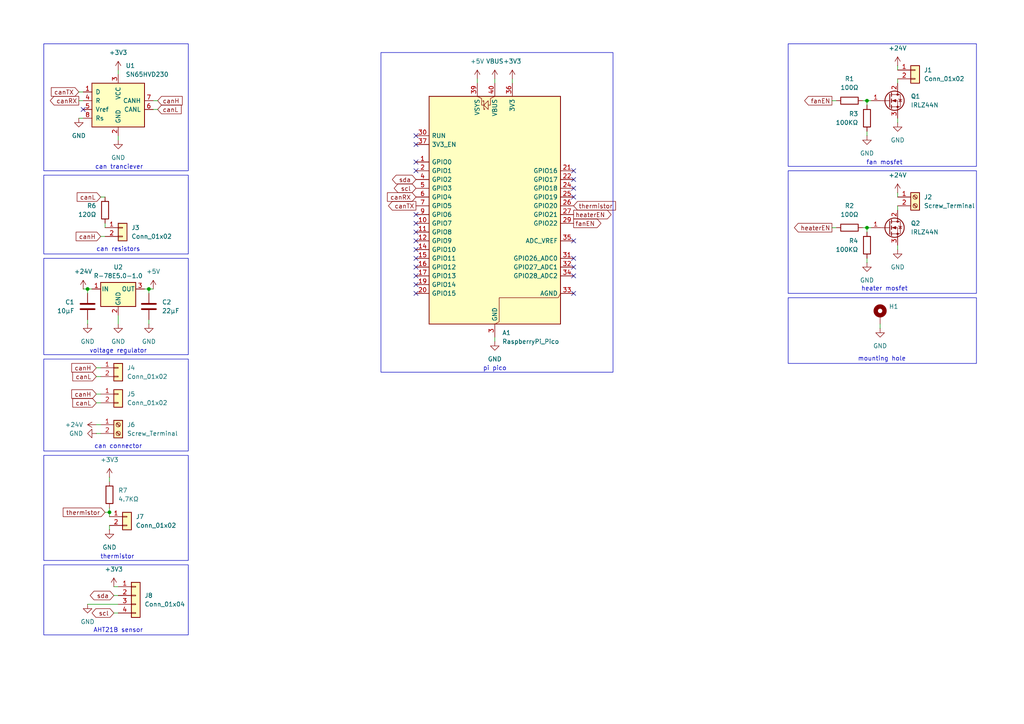
<source format=kicad_sch>
(kicad_sch (version 20250114) (generator "eeschema") (generator_version "9.0")
  (paper "A4")
  (lib_symbols
    (symbol "Connector:Screw_Terminal_01x02" (pin_names (offset 1.016) (hide yes))
      (property "Reference" "J" (at 0 2.54 0))
      (property "Value" "Screw_Terminal_01x02" (at 0 -5.08 0))
      (symbol "Screw_Terminal_01x02_1_1"
        (rectangle (start -1.27 1.27) (end 1.27 -3.81) (stroke (width 0.254)) (fill (type background)))
        (polyline (pts (xy -0.5334 0.3302) (xy 0.3302 -0.508)) (stroke (width 0.1524)))
        (polyline (pts (xy -0.5334 -2.2098) (xy 0.3302 -3.048)) (stroke (width 0.1524)))
        (polyline (pts (xy -0.3556 0.508) (xy 0.508 -0.3302)) (stroke (width 0.1524)))
        (polyline (pts (xy -0.3556 -2.032) (xy 0.508 -2.8702)) (stroke (width 0.1524)))
        (circle (center 0 0) (radius 0.635) (stroke (width 0.1524)))
        (circle (center 0 -2.54) (radius 0.635) (stroke (width 0.1524)))
        (pin passive line (at -5.08 0 0) (length 3.81) (name "Pin_1") (number "1"))
        (pin passive line (at -5.08 -2.54 0) (length 3.81) (name "Pin_2") (number "2"))
      )
    )
    (symbol "Connector_Generic:Conn_01x02" (pin_names (offset 1.016) (hide yes))
      (property "Reference" "J" (at 0 2.54 0))
      (property "Value" "Conn_01x02" (at 0 -5.08 0))
      (symbol "Conn_01x02_1_1"
        (rectangle (start -1.27 1.27) (end 1.27 -3.81) (stroke (width 0.254)) (fill (type background)))
        (rectangle (start -1.27 0.127) (end 0 -0.127) (stroke (width 0.1524)))
        (rectangle (start -1.27 -2.413) (end 0 -2.667) (stroke (width 0.1524)))
        (pin passive line (at -5.08 0 0) (length 3.81) (name "Pin_1") (number "1"))
        (pin passive line (at -5.08 -2.54 0) (length 3.81) (name "Pin_2") (number "2"))
      )
    )
    (symbol "Connector_Generic:Conn_01x04" (pin_names (offset 1.016) (hide yes))
      (property "Reference" "J" (at 0 5.08 0))
      (property "Value" "Conn_01x04" (at 0 -7.62 0))
      (symbol "Conn_01x04_1_1"
        (rectangle (start -1.27 3.81) (end 1.27 -6.35) (stroke (width 0.254)) (fill (type background)))
        (rectangle (start -1.27 2.667) (end 0 2.413) (stroke (width 0.1524)))
        (rectangle (start -1.27 0.127) (end 0 -0.127) (stroke (width 0.1524)))
        (rectangle (start -1.27 -2.413) (end 0 -2.667) (stroke (width 0.1524)))
        (rectangle (start -1.27 -4.953) (end 0 -5.207) (stroke (width 0.1524)))
        (pin passive line (at -5.08 2.54 0) (length 3.81) (name "Pin_1") (number "1"))
        (pin passive line (at -5.08 0 0) (length 3.81) (name "Pin_2") (number "2"))
        (pin passive line (at -5.08 -2.54 0) (length 3.81) (name "Pin_3") (number "3"))
        (pin passive line (at -5.08 -5.08 0) (length 3.81) (name "Pin_4") (number "4"))
      )
    )
    (symbol "Device:C" (pin_numbers (hide yes)) (pin_names (offset 0.254))
      (property "Reference" "C" (at 0.635 2.54 0))
      (property "Value" "C" (at 0.635 -2.54 0))
      (symbol "C_0_1"
        (polyline (pts (xy -2.032 0.762) (xy 2.032 0.762)) (stroke (width 0.508)))
        (polyline (pts (xy -2.032 -0.762) (xy 2.032 -0.762)) (stroke (width 0.508)))
      )
      (symbol "C_1_1"
        (pin passive line (at 0 3.81 270) (length 2.794) (name "~") (number "1"))
        (pin passive line (at 0 -3.81 90) (length 2.794) (name "~") (number "2"))
      )
    )
    (symbol "Device:R" (pin_numbers (hide yes)) (pin_names (offset 0))
      (property "Reference" "R" (at 2.032 0 90))
      (property "Value" "R" (at 0 0 90))
      (symbol "R_0_1"
        (rectangle (start -1.016 -2.54) (end 1.016 2.54) (stroke (width 0.254)))
      )
      (symbol "R_1_1"
        (pin passive line (at 0 3.81 270) (length 1.27) (name "~") (number "1"))
        (pin passive line (at 0 -3.81 90) (length 1.27) (name "~") (number "2"))
      )
    )
    (symbol "Interface_CAN_LIN:SN65HVD230" (pin_names (offset 1.016))
      (property "Reference" "U" (at -2.54 10.16 0))
      (property "Value" "SN65HVD230" (at -2.54 7.62 0))
      (symbol "SN65HVD230_0_1"
        (rectangle (start -7.62 5.08) (end 7.62 -7.62) (stroke (width 0.254)) (fill (type background)))
      )
      (symbol "SN65HVD230_1_1"
        (pin input line (at -10.16 2.54 0) (length 2.54) (name "D") (number "1"))
        (pin output line (at -10.16 0 0) (length 2.54) (name "R") (number "4"))
        (pin output line (at -10.16 -2.54 0) (length 2.54) (name "Vref") (number "5"))
        (pin input line (at -10.16 -5.08 0) (length 2.54) (name "Rs") (number "8"))
        (pin power_in line (at 0 7.62 270) (length 2.54) (name "VCC") (number "3"))
        (pin power_in line (at 0 -10.16 90) (length 2.54) (name "GND") (number "2"))
        (pin bidirectional line (at 10.16 0 180) (length 2.54) (name "CANH") (number "7"))
        (pin bidirectional line (at 10.16 -2.54 180) (length 2.54) (name "CANL") (number "6"))
      )
    )
    (symbol "MCU_Module:RaspberryPi_Pico" (pin_names (offset 0.762))
      (property "Reference" "A" (at -19.05 35.56 0))
      (property "Value" "RaspberryPi_Pico" (at 7.62 35.56 0))
      (symbol "RaspberryPi_Pico_0_1"
        (rectangle (start -19.05 34.29) (end 19.05 -31.75) (stroke (width 0.254)) (fill (type background)))
        (polyline (pts (xy -5.08 34.29) (xy -3.81 33.655) (xy -3.81 31.75) (xy -3.175 31.75)))
        (polyline (pts (xy -3.429 32.766) (xy -3.429 33.02) (xy -3.175 33.02) (xy -3.175 30.48) (xy -2.921 30.48) (xy -2.921 30.734)))
        (polyline (pts (xy -3.175 31.75) (xy -1.905 33.02) (xy -1.905 30.48) (xy -3.175 31.75)))
        (polyline (pts (xy 0 34.29) (xy -1.27 33.655) (xy -1.27 31.75) (xy -1.905 31.75)))
        (polyline (pts (xy 0 -31.75) (xy 1.27 -31.115) (xy 1.27 -24.13) (xy 18.415 -24.13) (xy 19.05 -22.86)))
      )
      (symbol "RaspberryPi_Pico_1_1"
        (pin passive line (at -22.86 22.86 0) (length 3.81) (name "RUN") (number "30"))
        (pin passive line (at -22.86 20.32 0) (length 3.81) (name "3V3_EN") (number "37"))
        (pin bidirectional line (at -22.86 15.24 0) (length 3.81) (name "GPIO0") (number "1"))
        (pin bidirectional line (at -22.86 12.7 0) (length 3.81) (name "GPIO1") (number "2"))
        (pin bidirectional line (at -22.86 10.16 0) (length 3.81) (name "GPIO2") (number "4"))
        (pin bidirectional line (at -22.86 7.62 0) (length 3.81) (name "GPIO3") (number "5"))
        (pin bidirectional line (at -22.86 5.08 0) (length 3.81) (name "GPIO4") (number "6"))
        (pin bidirectional line (at -22.86 2.54 0) (length 3.81) (name "GPIO5") (number "7"))
        (pin bidirectional line (at -22.86 0 0) (length 3.81) (name "GPIO6") (number "9"))
        (pin bidirectional line (at -22.86 -2.54 0) (length 3.81) (name "GPIO7") (number "10"))
        (pin bidirectional line (at -22.86 -5.08 0) (length 3.81) (name "GPIO8") (number "11"))
        (pin bidirectional line (at -22.86 -7.62 0) (length 3.81) (name "GPIO9") (number "12"))
        (pin bidirectional line (at -22.86 -10.16 0) (length 3.81) (name "GPIO10") (number "14"))
        (pin bidirectional line (at -22.86 -12.7 0) (length 3.81) (name "GPIO11") (number "15"))
        (pin bidirectional line (at -22.86 -15.24 0) (length 3.81) (name "GPIO12") (number "16"))
        (pin bidirectional line (at -22.86 -17.78 0) (length 3.81) (name "GPIO13") (number "17"))
        (pin bidirectional line (at -22.86 -20.32 0) (length 3.81) (name "GPIO14") (number "19"))
        (pin bidirectional line (at -22.86 -22.86 0) (length 3.81) (name "GPIO15") (number "20"))
        (pin power_in line (at -5.08 38.1 270) (length 3.81) (name "VSYS") (number "39"))
        (pin power_out line (at 0 38.1 270) (length 3.81) (name "VBUS") (number "40"))
        (pin passive line (at 0 -35.56 90) (length 3.81) (hide yes) (name "GND") (number "13"))
        (pin passive line (at 0 -35.56 90) (length 3.81) (hide yes) (name "GND") (number "18"))
        (pin passive line (at 0 -35.56 90) (length 3.81) (hide yes) (name "GND") (number "23"))
        (pin passive line (at 0 -35.56 90) (length 3.81) (hide yes) (name "GND") (number "28"))
        (pin power_out line (at 0 -35.56 90) (length 3.81) (name "GND") (number "3"))
        (pin passive line (at 0 -35.56 90) (length 3.81) (hide yes) (name "GND") (number "38"))
        (pin passive line (at 0 -35.56 90) (length 3.81) (hide yes) (name "GND") (number "8"))
        (pin power_out line (at 5.08 38.1 270) (length 3.81) (name "3V3") (number "36"))
        (pin bidirectional line (at 22.86 12.7 180) (length 3.81) (name "GPIO16") (number "21"))
        (pin bidirectional line (at 22.86 10.16 180) (length 3.81) (name "GPIO17") (number "22"))
        (pin bidirectional line (at 22.86 7.62 180) (length 3.81) (name "GPIO18") (number "24"))
        (pin bidirectional line (at 22.86 5.08 180) (length 3.81) (name "GPIO19") (number "25"))
        (pin bidirectional line (at 22.86 2.54 180) (length 3.81) (name "GPIO20") (number "26"))
        (pin bidirectional line (at 22.86 0 180) (length 3.81) (name "GPIO21") (number "27"))
        (pin bidirectional line (at 22.86 -2.54 180) (length 3.81) (name "GPIO22") (number "29"))
        (pin power_in line (at 22.86 -7.62 180) (length 3.81) (name "ADC_VREF") (number "35"))
        (pin bidirectional line (at 22.86 -12.7 180) (length 3.81) (name "GPIO26_ADC0") (number "31"))
        (pin bidirectional line (at 22.86 -15.24 180) (length 3.81) (name "GPIO27_ADC1") (number "32"))
        (pin bidirectional line (at 22.86 -17.78 180) (length 3.81) (name "GPIO28_ADC2") (number "34"))
        (pin power_out line (at 22.86 -22.86 180) (length 3.81) (name "AGND") (number "33"))
      )
    )
    (symbol "Mechanical:MountingHole_Pad" (pin_numbers (hide yes)) (pin_names (offset 1.016) (hide yes)) (in_bom no)
      (property "Reference" "H" (at 0 6.35 0))
      (property "Value" "MountingHole_Pad" (at 0 4.445 0))
      (symbol "MountingHole_Pad_0_1"
        (circle (center 0 1.27) (radius 1.27) (stroke (width 1.27)))
      )
      (symbol "MountingHole_Pad_1_1"
        (pin input line (at 0 -2.54 90) (length 2.54) (name "1") (number "1"))
      )
    )
    (symbol "Regulator_Switching:R-78E5.0-1.0" (pin_names (offset 0.254))
      (property "Reference" "U" (at -3.81 3.175 0))
      (property "Value" "R-78E5.0-1.0" (at 0 3.175 0))
      (symbol "R-78E5.0-1.0_0_1"
        (rectangle (start -5.08 1.905) (end 5.08 -5.08) (stroke (width 0.254)) (fill (type background)))
      )
      (symbol "R-78E5.0-1.0_1_1"
        (pin power_in line (at -7.62 0 0) (length 2.54) (name "IN") (number "1"))
        (pin power_in line (at 0 -7.62 90) (length 2.54) (name "GND") (number "2"))
        (pin power_out line (at 7.62 0 180) (length 2.54) (name "OUT") (number "3"))
      )
    )
    (symbol "Transistor_FET:IRLZ44N" (pin_names (hide yes))
      (property "Reference" "Q" (at 5.08 1.905 0))
      (property "Value" "IRLZ44N" (at 5.08 0 0))
      (symbol "IRLZ44N_0_1"
        (polyline (pts (xy 0.254 1.905) (xy 0.254 -1.905)) (stroke (width 0.254)))
        (polyline (pts (xy 0.254 0) (xy -2.54 0)))
        (polyline (pts (xy 0.762 2.286) (xy 0.762 1.27)) (stroke (width 0.254)))
        (polyline (pts (xy 0.762 0.508) (xy 0.762 -0.508)) (stroke (width 0.254)))
        (polyline (pts (xy 0.762 -1.27) (xy 0.762 -2.286)) (stroke (width 0.254)))
        (polyline (pts (xy 0.762 -1.778) (xy 3.302 -1.778) (xy 3.302 1.778) (xy 0.762 1.778)))
        (polyline (pts (xy 1.016 0) (xy 2.032 0.381) (xy 2.032 -0.381) (xy 1.016 0)) (fill (type outline)))
        (circle (center 1.651 0) (radius 2.794) (stroke (width 0.254)))
        (polyline (pts (xy 2.54 2.54) (xy 2.54 1.778)))
        (circle (center 2.54 1.778) (radius 0.254) (fill (type outline)))
        (circle (center 2.54 -1.778) (radius 0.254) (fill (type outline)))
        (polyline (pts (xy 2.54 -2.54) (xy 2.54 0) (xy 0.762 0)))
        (polyline (pts (xy 2.794 0.508) (xy 2.921 0.381) (xy 3.683 0.381) (xy 3.81 0.254)))
        (polyline (pts (xy 3.302 0.381) (xy 2.921 -0.254) (xy 3.683 -0.254) (xy 3.302 0.381)))
      )
      (symbol "IRLZ44N_1_1"
        (pin input line (at -5.08 0 0) (length 2.54) (name "G") (number "1"))
        (pin passive line (at 2.54 5.08 270) (length 2.54) (name "D") (number "2"))
        (pin passive line (at 2.54 -5.08 90) (length 2.54) (name "S") (number "3"))
      )
    )
    (symbol "power:+24V" (power) (pin_numbers (hide yes)) (pin_names (offset 0) (hide yes))
      (property "Value" "+24V" (at 0 3.556 0))
      (symbol "+24V_0_1"
        (polyline (pts (xy -0.762 1.27) (xy 0 2.54)))
        (polyline (pts (xy 0 2.54) (xy 0.762 1.27)))
        (polyline (pts (xy 0 0) (xy 0 2.54)))
      )
      (symbol "+24V_1_1"
        (pin power_in line (at 0 0 90) (length 0) (name "~") (number "1"))
      )
    )
    (symbol "power:+3V3" (power) (pin_numbers (hide yes)) (pin_names (offset 0) (hide yes))
      (property "Value" "+3V3" (at 0 3.556 0))
      (symbol "+3V3_0_1"
        (polyline (pts (xy -0.762 1.27) (xy 0 2.54)))
        (polyline (pts (xy 0 2.54) (xy 0.762 1.27)))
        (polyline (pts (xy 0 0) (xy 0 2.54)))
      )
      (symbol "+3V3_1_1"
        (pin power_in line (at 0 0 90) (length 0) (name "~") (number "1"))
      )
    )
    (symbol "power:+5V" (power) (pin_numbers (hide yes)) (pin_names (offset 0) (hide yes))
      (property "Value" "+5V" (at 0 3.556 0))
      (symbol "+5V_0_1"
        (polyline (pts (xy -0.762 1.27) (xy 0 2.54)))
        (polyline (pts (xy 0 2.54) (xy 0.762 1.27)))
        (polyline (pts (xy 0 0) (xy 0 2.54)))
      )
      (symbol "+5V_1_1"
        (pin power_in line (at 0 0 90) (length 0) (name "~") (number "1"))
      )
    )
    (symbol "power:GND" (power) (pin_numbers (hide yes)) (pin_names (offset 0) (hide yes))
      (property "Value" "GND" (at 0 -3.81 0))
      (symbol "GND_0_1"
        (polyline (pts (xy 0 0) (xy 0 -1.27) (xy 1.27 -1.27) (xy 0 -2.54) (xy -1.27 -1.27) (xy 0 -1.27)))
      )
      (symbol "GND_1_1"
        (pin power_in line (at 0 0 270) (length 0) (name "~") (number "1"))
      )
    )
    (symbol "power:VBUS" (power) (pin_numbers (hide yes)) (pin_names (offset 0) (hide yes))
      (property "Value" "VBUS" (at 0 3.556 0))
      (symbol "VBUS_0_1"
        (polyline (pts (xy -0.762 1.27) (xy 0 2.54)))
        (polyline (pts (xy 0 2.54) (xy 0.762 1.27)))
        (polyline (pts (xy 0 0) (xy 0 2.54)))
      )
      (symbol "VBUS_1_1"
        (pin power_in line (at 0 0 90) (length 0) (name "~") (number "1"))
      )
    )
  )
  (rectangle (start 12.7 104.14) (end 54.61 130.81))
  (rectangle (start 12.7 12.7) (end 54.61 49.53))
  (rectangle (start 110.49 15.24) (end 177.8 107.95))
  (rectangle (start 12.7 74.93) (end 54.61 102.87))
  (rectangle (start 228.6 49.53) (end 283.21 85.09))
  (rectangle (start 12.7 163.83) (end 54.61 184.15))
  (rectangle (start 12.7 132.08) (end 54.61 162.56))
  (rectangle (start 228.6 86.36) (end 283.21 105.41))
  (rectangle (start 12.7 50.8) (end 54.61 73.66))
  (rectangle (start 228.6 12.7) (end 283.21 48.26))
  (text "fan mosfet" (at 256.54 47.244 0) (effects (font (size 1.27 1.27))))
  (text "voltage regulator" (at 34.29 101.854 0) (effects (font (size 1.27 1.27))))
  (text "can connector" (at 34.29 129.54 0) (effects (font (size 1.27 1.27))))
  (text "heater mosfet" (at 256.54 83.82 0) (effects (font (size 1.27 1.27))))
  (text "can tranciever" (at 34.544 48.514 0) (effects (font (size 1.27 1.27))))
  (text "mounting hole" (at 255.778 104.902 0) (effects (font (size 1.27 1.27)) (justify bottom)))
  (text "pi pico" (at 143.51 106.934 0) (effects (font (size 1.27 1.27))))
  (text "can resistors" (at 34.29 72.39 0) (effects (font (size 1.27 1.27))))
  (text "AHT21B sensor" (at 34.29 182.88 0) (effects (font (size 1.27 1.27))))
  (text "thermistor" (at 34.036 161.544 0) (effects (font (size 1.27 1.27))))
  (junction (at 251.46 66.04))
  (junction (at 43.18 83.82))
  (junction (at 25.4 83.82))
  (junction (at 251.46 29.21))
  (junction (at 31.75 148.59))
  (no_connect (at 166.37 49.53))
  (no_connect (at 166.37 69.85))
  (no_connect (at 120.65 74.93))
  (no_connect (at 166.37 74.93))
  (no_connect (at 120.65 69.85))
  (no_connect (at 120.65 46.99))
  (no_connect (at 120.65 80.01))
  (no_connect (at 120.65 72.39))
  (no_connect (at 120.65 62.23))
  (no_connect (at 166.37 54.61))
  (no_connect (at 120.65 82.55))
  (no_connect (at 120.65 39.37))
  (no_connect (at 24.13 31.75))
  (no_connect (at 166.37 77.47))
  (no_connect (at 166.37 85.09))
  (no_connect (at 166.37 57.15))
  (no_connect (at 166.37 52.07))
  (no_connect (at 166.37 80.01))
  (no_connect (at 120.65 41.91))
  (no_connect (at 120.65 67.31))
  (no_connect (at 120.65 85.09))
  (no_connect (at 120.65 64.77))
  (no_connect (at 120.65 49.53))
  (no_connect (at 120.65 77.47))
  (wire (pts (xy 44.45 29.21) (xy 45.72 29.21)))
  (wire (pts (xy 241.3 66.04) (xy 242.57 66.04)))
  (wire (pts (xy 27.94 114.3) (xy 29.21 114.3)))
  (wire (pts (xy 33.02 172.72) (xy 34.29 172.72)))
  (wire (pts (xy 255.27 93.98) (xy 255.27 95.25)))
  (wire (pts (xy 241.3 29.21) (xy 242.57 29.21)))
  (wire (pts (xy 29.21 68.58) (xy 30.48 68.58)))
  (wire (pts (xy 251.46 66.04) (xy 252.73 66.04)))
  (wire (pts (xy 260.35 34.29) (xy 260.35 35.56)))
  (wire (pts (xy 25.4 85.09) (xy 25.4 83.82)))
  (wire (pts (xy 22.86 29.21) (xy 24.13 29.21)))
  (wire (pts (xy 148.59 22.86) (xy 148.59 24.13)))
  (wire (pts (xy 31.75 148.59) (xy 31.75 149.86)))
  (wire (pts (xy 24.13 83.82) (xy 25.4 83.82)))
  (wire (pts (xy 34.29 91.44) (xy 34.29 93.98)))
  (wire (pts (xy 27.94 109.22) (xy 29.21 109.22)))
  (wire (pts (xy 31.75 152.4) (xy 31.75 153.67)))
  (wire (pts (xy 143.51 99.06) (xy 143.51 97.79)))
  (wire (pts (xy 251.46 38.1) (xy 251.46 39.37)))
  (wire (pts (xy 251.46 74.93) (xy 251.46 76.2)))
  (wire (pts (xy 143.51 22.86) (xy 143.51 24.13)))
  (wire (pts (xy 29.21 57.15) (xy 30.48 57.15)))
  (wire (pts (xy 260.35 22.86) (xy 260.35 24.13)))
  (wire (pts (xy 30.48 64.77) (xy 30.48 66.04)))
  (wire (pts (xy 27.94 123.19) (xy 29.21 123.19)))
  (wire (pts (xy 34.29 20.32) (xy 34.29 21.59)))
  (wire (pts (xy 43.18 92.71) (xy 43.18 93.98)))
  (wire (pts (xy 33.02 177.8) (xy 34.29 177.8)))
  (wire (pts (xy 44.45 83.82) (xy 43.18 83.82)))
  (wire (pts (xy 251.46 29.21) (xy 252.73 29.21)))
  (wire (pts (xy 43.18 85.09) (xy 43.18 83.82)))
  (wire (pts (xy 251.46 67.31) (xy 251.46 66.04)))
  (wire (pts (xy 27.94 106.68) (xy 29.21 106.68)))
  (wire (pts (xy 250.19 29.21) (xy 251.46 29.21)))
  (wire (pts (xy 31.75 147.32) (xy 31.75 148.59)))
  (wire (pts (xy 260.35 59.69) (xy 260.35 60.96)))
  (wire (pts (xy 30.48 148.59) (xy 31.75 148.59)))
  (wire (pts (xy 260.35 55.88) (xy 260.35 57.15)))
  (wire (pts (xy 251.46 30.48) (xy 251.46 29.21)))
  (wire (pts (xy 27.94 125.73) (xy 29.21 125.73)))
  (wire (pts (xy 31.75 138.43) (xy 31.75 139.7)))
  (wire (pts (xy 44.45 31.75) (xy 45.72 31.75)))
  (wire (pts (xy 25.4 92.71) (xy 25.4 93.98)))
  (wire (pts (xy 260.35 71.12) (xy 260.35 72.39)))
  (wire (pts (xy 34.29 39.37) (xy 34.29 40.64)))
  (wire (pts (xy 33.02 170.18) (xy 34.29 170.18)))
  (wire (pts (xy 138.43 22.86) (xy 138.43 24.13)))
  (wire (pts (xy 22.86 34.29) (xy 24.13 34.29)))
  (wire (pts (xy 41.91 83.82) (xy 43.18 83.82)))
  (wire (pts (xy 27.94 116.84) (xy 29.21 116.84)))
  (wire (pts (xy 260.35 19.05) (xy 260.35 20.32)))
  (wire (pts (xy 25.4 175.26) (xy 34.29 175.26)))
  (wire (pts (xy 22.86 26.67) (xy 24.13 26.67)))
  (wire (pts (xy 250.19 66.04) (xy 251.46 66.04)))
  (wire (pts (xy 25.4 83.82) (xy 26.67 83.82)))
  (global_label "canH" (shape input) (at 45.72 29.21 0) (property "Intersheetrefs" "${INTERSHEET_REFS}" (effects (hide yes))))
  (global_label "thermistor" (shape input) (at 166.37 59.69 0) (property "Intersheetrefs" "${INTERSHEET_REFS}" (effects (hide yes))))
  (global_label "canTX" (shape output) (at 120.65 59.69 180) (property "Intersheetrefs" "${INTERSHEET_REFS}" (effects (hide yes))))
  (global_label "canH" (shape input) (at 27.94 114.3 180) (property "Intersheetrefs" "${INTERSHEET_REFS}" (effects (hide yes))))
  (global_label "sda" (shape bidirectional) (at 120.65 52.07 180) (property "Intersheetrefs" "${INTERSHEET_REFS}" (effects (hide yes))))
  (global_label "canH" (shape input) (at 29.21 68.58 180) (property "Intersheetrefs" "${INTERSHEET_REFS}" (effects (hide yes))))
  (global_label "fanEN" (shape output) (at 241.3 29.21 180) (property "Intersheetrefs" "${INTERSHEET_REFS}" (effects (hide yes))))
  (global_label "sda" (shape bidirectional) (at 33.02 172.72 180) (property "Intersheetrefs" "${INTERSHEET_REFS}" (effects (hide yes))))
  (global_label "canH" (shape input) (at 27.94 106.68 180) (property "Intersheetrefs" "${INTERSHEET_REFS}" (effects (hide yes))))
  (global_label "scl" (shape bidirectional) (at 33.02 177.8 180) (property "Intersheetrefs" "${INTERSHEET_REFS}" (effects (hide yes))))
  (global_label "heaterEN" (shape output) (at 241.3 66.04 180) (property "Intersheetrefs" "${INTERSHEET_REFS}" (effects (hide yes))))
  (global_label "canL" (shape input) (at 45.72 31.75 0) (property "Intersheetrefs" "${INTERSHEET_REFS}" (effects (hide yes))))
  (global_label "canTX" (shape input) (at 22.86 26.67 180) (property "Intersheetrefs" "${INTERSHEET_REFS}" (effects (hide yes))))
  (global_label "canRX" (shape output) (at 22.86 29.21 180) (property "Intersheetrefs" "${INTERSHEET_REFS}" (effects (hide yes))))
  (global_label "canRX" (shape input) (at 120.65 57.15 180) (property "Intersheetrefs" "${INTERSHEET_REFS}" (effects (hide yes))))
  (global_label "heaterEN" (shape output) (at 166.37 62.23 0) (property "Intersheetrefs" "${INTERSHEET_REFS}" (effects (hide yes))))
  (global_label "fanEN" (shape output) (at 166.37 64.77 0) (property "Intersheetrefs" "${INTERSHEET_REFS}" (effects (hide yes))))
  (global_label "thermistor" (shape input) (at 30.48 148.59 180) (property "Intersheetrefs" "${INTERSHEET_REFS}" (effects (hide yes))))
  (global_label "canL" (shape input) (at 27.94 109.22 180) (property "Intersheetrefs" "${INTERSHEET_REFS}" (effects (hide yes))))
  (global_label "canL" (shape input) (at 29.21 57.15 180) (property "Intersheetrefs" "${INTERSHEET_REFS}" (effects (hide yes))))
  (global_label "canL" (shape input) (at 27.94 116.84 180) (property "Intersheetrefs" "${INTERSHEET_REFS}" (effects (hide yes))))
  (global_label "scl" (shape bidirectional) (at 120.65 54.61 180) (property "Intersheetrefs" "${INTERSHEET_REFS}" (effects (hide yes))))
  (symbol (lib_id "Device:R") (at 251.46 71.12 0) (mirror x) (unit 1)
    (property "Reference" "R4" (at 248.92 69.8499 0) (effects (justify right)))
    (property "Value" "100KΩ" (at 248.92 72.3899 0) (effects (justify right)))
    (property "Footprint" "Resistor_THT:R_Axial_DIN0309_L9.0mm_D3.2mm_P12.70mm_Horizontal" (effects (hide yes)))
    (property "Description" "Resistor" (effects (hide yes)))
    (property "LCSC Part" "C119444" (effects (hide yes)))
  )
  (symbol (lib_id "power:GND") (at 25.4 93.98 0) (unit 1)
    (property "Reference" "#PWR018" (effects (hide yes)))
    (property "Value" "GND" (at 25.4 99.06 0))
    (property "Description" "Power symbol creates a global label with name \"GND\" , ground" (effects (hide yes)))
  )
  (symbol (lib_id "Device:R") (at 30.48 60.96 0) (mirror y) (unit 1)
    (property "Reference" "R6" (at 27.94 59.6899 0) (effects (justify left)))
    (property "Value" "120Ω" (at 27.94 62.2299 0) (effects (justify left)))
    (property "Footprint" "Resistor_THT:R_Axial_DIN0309_L9.0mm_D3.2mm_P12.70mm_Horizontal" (effects (hide yes)))
    (property "Description" "Resistor" (effects (hide yes)))
    (property "LCSC Part" "C359996" (effects (hide yes)))
  )
  (symbol (lib_id "power:+3V3") (at 33.02 170.18 0) (unit 1)
    (property "Reference" "#PWR027" (effects (hide yes)))
    (property "Value" "+3V3" (at 33.02 165.1 0))
    (property "Description" "Power symbol creates a global label with name \"+3V3\"" (effects (hide yes)))
  )
  (symbol (lib_id "power:GND") (at 34.29 40.64 0) (unit 1)
    (property "Reference" "#PWR012" (effects (hide yes)))
    (property "Value" "GND" (at 34.29 45.72 0))
    (property "Description" "Power symbol creates a global label with name \"GND\" , ground" (effects (hide yes)))
  )
  (symbol (lib_id "power:GND") (at 255.27 95.25 0) (unit 1)
    (property "Reference" "#PWR025" (effects (hide yes)))
    (property "Value" "GND" (at 255.27 100.33 0))
    (property "Description" "Power symbol creates a global label with name \"GND\" , ground" (effects (hide yes)))
  )
  (symbol (lib_id "power:GND") (at 143.51 99.06 0) (unit 1)
    (property "Reference" "#PWR01" (effects (hide yes)))
    (property "Value" "GND" (at 143.51 104.14 0))
    (property "Description" "Power symbol creates a global label with name \"GND\" , ground" (effects (hide yes)))
  )
  (symbol (lib_id "power:GND") (at 251.46 39.37 0) (unit 1)
    (property "Reference" "#PWR07" (effects (hide yes)))
    (property "Value" "GND" (at 251.46 44.45 0))
    (property "Description" "Power symbol creates a global label with name \"GND\" , ground" (effects (hide yes)))
  )
  (symbol (lib_id "Transistor_FET:IRLZ44N") (at 257.81 66.04 0) (unit 1)
    (property "Reference" "Q2" (at 264.16 64.7699 0) (effects (justify left)))
    (property "Value" "IRLZ44N" (at 264.16 67.3099 0) (effects (justify left)))
    (property "Footprint" "Package_TO_SOT_THT:TO-220-3_Horizontal_TabDown" (effects (hide yes)))
    (property "Datasheet" "http://www.irf.com/product-info/datasheets/data/irlz44n.pdf" (effects (hide yes)))
    (property "Description" "47A Id, 55V Vds, 22mOhm Rds Single N-Channel HEXFET Power MOSFET, TO-220AB" (effects (hide yes)))
    (property "LCSC Part" "C38774" (effects (hide yes)))
  )
  (symbol (lib_id "power:+3V3") (at 148.59 22.86 0) (unit 1)
    (property "Reference" "#PWR03" (effects (hide yes)))
    (property "Value" "+3V3" (at 148.59 17.78 0))
    (property "Description" "Power symbol creates a global label with name \"+3V3\"" (effects (hide yes)))
  )
  (symbol (lib_id "power:+3V3") (at 34.29 20.32 0) (unit 1)
    (property "Reference" "#PWR011" (effects (hide yes)))
    (property "Value" "+3V3" (at 34.29 15.24 0))
    (property "Description" "Power symbol creates a global label with name \"+3V3\"" (effects (hide yes)))
  )
  (symbol (lib_id "power:GND") (at 22.86 34.29 0) (unit 1)
    (property "Reference" "#PWR04" (effects (hide yes)))
    (property "Value" "GND" (at 22.86 39.37 0))
    (property "Description" "Power symbol creates a global label with name \"GND\" , ground" (effects (hide yes)))
  )
  (symbol (lib_id "power:GND") (at 25.4 175.26 0) (unit 1)
    (property "Reference" "#PWR028" (effects (hide yes)))
    (property "Value" "GND" (at 25.4 180.34 0))
    (property "Description" "Power symbol creates a global label with name \"GND\" , ground" (effects (hide yes)))
  )
  (symbol (lib_id "power:VBUS") (at 143.51 22.86 0) (unit 1)
    (property "Reference" "#PWR013" (effects (hide yes)))
    (property "Value" "VBUS" (at 143.51 17.78 0))
    (property "Description" "Power symbol creates a global label with name \"VBUS\"" (effects (hide yes)))
  )
  (symbol (lib_id "Connector:Screw_Terminal_01x02") (at 265.43 57.15 0) (unit 1)
    (property "Reference" "J2" (at 267.97 57.1499 0) (effects (justify left)))
    (property "Value" "Screw_Terminal" (at 267.97 59.6899 0) (effects (justify left)))
    (property "Footprint" "TerminalBlock_CUI:TerminalBlock_CUI_TB007-508-02_1x02_P5.08mm_Horizontal" (effects (hide yes)))
    (property "Description" "Generic screw terminal, single row, 01x02, script generated (kicad-library-utils/schlib/autogen/connector/)" (effects (hide yes)))
    (property "LCSC Part" "C8465" (effects (hide yes)))
  )
  (symbol (lib_id "power:+5V") (at 138.43 22.86 0) (unit 1)
    (property "Reference" "#PWR015" (effects (hide yes)))
    (property "Value" "+5V" (at 138.43 17.78 0))
    (property "Description" "Power symbol creates a global label with name \"+5V\"" (effects (hide yes)))
  )
  (symbol (lib_id "Mechanical:MountingHole_Pad") (at 255.27 91.44 0) (unit 1) (in_bom no)
    (property "Reference" "H1" (at 257.81 88.8999 0) (effects (justify left)))
    (property "Value" "MountingHole" (effects (hide yes)))
    (property "Footprint" "MountingHole:MountingHole_3.2mm_M3_Pad" (effects (hide yes)))
    (property "Description" "Mounting Hole with connection" (effects (hide yes)))
  )
  (symbol (lib_id "power:+24V") (at 260.35 55.88 0) (unit 1)
    (property "Reference" "#PWR010" (effects (hide yes)))
    (property "Value" "+24V" (at 260.35 50.8 0))
    (property "Description" "Power symbol creates a global label with name \"+24V\"" (effects (hide yes)))
  )
  (symbol (lib_id "power:GND") (at 251.46 76.2 0) (unit 1)
    (property "Reference" "#PWR08" (effects (hide yes)))
    (property "Value" "GND" (at 251.46 81.28 0))
    (property "Description" "Power symbol creates a global label with name \"GND\" , ground" (effects (hide yes)))
  )
  (symbol (lib_id "Device:R") (at 31.75 143.51 0) (unit 1)
    (property "Reference" "R7" (at 34.29 142.2399 0) (effects (justify left)))
    (property "Value" "4.7KΩ" (at 34.29 144.7799 0) (effects (justify left)))
    (property "Footprint" "Resistor_THT:R_Axial_DIN0309_L9.0mm_D3.2mm_P12.70mm_Horizontal" (effects (hide yes)))
    (property "Description" "Resistor" (effects (hide yes)))
    (property "LCSC Part" "C119429" (effects (hide yes)))
  )
  (symbol (lib_id "power:+3V3") (at 31.75 138.43 0) (unit 1)
    (property "Reference" "#PWR022" (effects (hide yes)))
    (property "Value" "+3V3" (at 31.75 133.35 0))
    (property "Description" "Power symbol creates a global label with name \"+3V3\"" (effects (hide yes)))
  )
  (symbol (lib_id "power:+24V") (at 260.35 19.05 0) (unit 1)
    (property "Reference" "#PWR09" (effects (hide yes)))
    (property "Value" "+24V" (at 260.35 13.97 0))
    (property "Description" "Power symbol creates a global label with name \"+24V\"" (effects (hide yes)))
  )
  (symbol (lib_id "power:GND") (at 260.35 35.56 0) (unit 1)
    (property "Reference" "#PWR06" (effects (hide yes)))
    (property "Value" "GND" (at 260.35 40.64 0))
    (property "Description" "Power symbol creates a global label with name \"GND\" , ground" (effects (hide yes)))
  )
  (symbol (lib_id "power:GND") (at 31.75 153.67 0) (unit 1)
    (property "Reference" "#PWR026" (effects (hide yes)))
    (property "Value" "GND" (at 31.75 158.75 0))
    (property "Description" "Power symbol creates a global label with name \"GND\" , ground" (effects (hide yes)))
  )
  (symbol (lib_id "power:GND") (at 34.29 93.98 0) (unit 1)
    (property "Reference" "#PWR017" (effects (hide yes)))
    (property "Value" "GND" (at 34.29 99.06 0))
    (property "Description" "Power symbol creates a global label with name \"GND\" , ground" (effects (hide yes)))
  )
  (symbol (lib_id "Interface_CAN_LIN:SN65HVD230") (at 34.29 29.21 0) (unit 1)
    (property "Reference" "U1" (at 36.4333 19.05 0) (effects (justify left)))
    (property "Value" "SN65HVD230" (at 36.4333 21.59 0) (effects (justify left)))
    (property "Footprint" "Package_SO:SOIC-8_3.9x4.9mm_P1.27mm" (effects (hide yes)))
    (property "Datasheet" "http://www.ti.com/lit/ds/symlink/sn65hvd230.pdf" (effects (hide yes)))
    (property "Description" "CAN Bus Transceivers, 3.3V, 1Mbps, Low-Power capabilities, SOIC-8" (effects (hide yes)))
    (property "LCSC Part" "C16468" (effects (hide yes)))
  )
  (symbol (lib_id "power:+24V") (at 24.13 83.82 0) (unit 1)
    (property "Reference" "#PWR016" (effects (hide yes)))
    (property "Value" "+24V" (at 24.13 78.74 0))
    (property "Description" "Power symbol creates a global label with name \"+24V\"" (effects (hide yes)))
  )
  (symbol (lib_id "power:GND") (at 260.35 72.39 0) (unit 1)
    (property "Reference" "#PWR05" (effects (hide yes)))
    (property "Value" "GND" (at 260.35 77.47 0))
    (property "Description" "Power symbol creates a global label with name \"GND\" , ground" (effects (hide yes)))
  )
  (symbol (lib_id "power:GND") (at 27.94 125.73 270) (unit 1)
    (property "Reference" "#PWR020" (effects (hide yes)))
    (property "Value" "GND" (at 24.13 125.7299 90) (effects (justify right)))
    (property "Description" "Power symbol creates a global label with name \"GND\" , ground" (effects (hide yes)))
  )
  (symbol (lib_id "Device:R") (at 246.38 66.04 90) (unit 1)
    (property "Reference" "R2" (at 246.38 59.69 90))
    (property "Value" "100Ω" (at 246.38 62.23 90))
    (property "Footprint" "Resistor_THT:R_Axial_DIN0309_L9.0mm_D3.2mm_P12.70mm_Horizontal" (effects (hide yes)))
    (property "Description" "Resistor" (effects (hide yes)))
    (property "LCSC Part" "C120214" (effects (hide yes)))
  )
  (symbol (lib_id "Device:R") (at 251.46 34.29 0) (mirror x) (unit 1)
    (property "Reference" "R3" (at 248.92 33.0199 0) (effects (justify right)))
    (property "Value" "100KΩ" (at 248.92 35.5599 0) (effects (justify right)))
    (property "Footprint" "Resistor_THT:R_Axial_DIN0309_L9.0mm_D3.2mm_P12.70mm_Horizontal" (effects (hide yes)))
    (property "Description" "Resistor" (effects (hide yes)))
    (property "LCSC Part" "C119444" (effects (hide yes)))
  )
  (symbol (lib_id "Connector_Generic:Conn_01x02") (at 36.83 149.86 0) (unit 1)
    (property "Reference" "J7" (at 39.37 149.8599 0) (effects (justify left)))
    (property "Value" "Conn_01x02" (at 39.37 152.3999 0) (effects (justify left)))
    (property "Footprint" "Connector_JST:JST_XH_B2B-XH-A_1x02_P2.50mm_Vertical" (effects (hide yes)))
    (property "Description" "Generic connector, single row, 01x02, script generated (kicad-library-utils/schlib/autogen/connector/)" (effects (hide yes)))
    (property "LCSC Part" "C378939" (effects (hide yes)))
  )
  (symbol (lib_id "Regulator_Switching:R-78E5.0-1.0") (at 34.29 83.82 0) (unit 1)
    (property "Reference" "U2" (at 34.29 77.47 0))
    (property "Value" "R-78E5.0-1.0" (at 34.29 80.01 0))
    (property "Footprint" "Converter_DCDC:Converter_DCDC_RECOM_R-78E-0.5_THT" (effects (hide yes)))
    (property "Datasheet" "https://www.recom-power.com/pdf/Innoline/R-78Exx-1.0.pdf" (effects (hide yes)))
    (property "Description" "1A Step-Down DC/DC-Regulator, 7-28V input, 5V fixed Output Voltage, LM78xx replacement, -40°C to +85°C, SIP3" (effects (hide yes)))
    (property "LCSC Part" "C22371890" (effects (hide yes)))
  )
  (symbol (lib_id "Transistor_FET:IRLZ44N") (at 257.81 29.21 0) (unit 1)
    (property "Reference" "Q1" (at 264.16 27.9399 0) (effects (justify left)))
    (property "Value" "IRLZ44N" (at 264.16 30.4799 0) (effects (justify left)))
    (property "Footprint" "Package_TO_SOT_THT:TO-220-3_Horizontal_TabDown" (effects (hide yes)))
    (property "Datasheet" "http://www.irf.com/product-info/datasheets/data/irlz44n.pdf" (effects (hide yes)))
    (property "Description" "47A Id, 55V Vds, 22mOhm Rds Single N-Channel HEXFET Power MOSFET, TO-220AB" (effects (hide yes)))
    (property "LCSC Part" "C38774" (effects (hide yes)))
  )
  (symbol (lib_id "Connector_Generic:Conn_01x02") (at 35.56 66.04 0) (unit 1)
    (property "Reference" "J3" (at 38.1 66.0399 0) (effects (justify left)))
    (property "Value" "Conn_01x02" (at 38.1 68.5799 0) (effects (justify left)))
    (property "Footprint" "Connector_JST:JST_XH_B2B-XH-A_1x02_P2.50mm_Vertical" (effects (hide yes)))
    (property "Description" "Generic connector, single row, 01x02, script generated (kicad-library-utils/schlib/autogen/connector/)" (effects (hide yes)))
    (property "LCSC Part" "C378939" (effects (hide yes)))
  )
  (symbol (lib_id "Device:C") (at 25.4 88.9 0) (unit 1)
    (property "Reference" "C1" (at 21.59 87.6299 0) (effects (justify right)))
    (property "Value" "10µF" (at 21.59 90.1699 0) (effects (justify right)))
    (property "Footprint" "Capacitor_THT:C_Disc_D6.0mm_W4.4mm_P5.00mm" (effects (hide yes)))
    (property "Description" "Unpolarized capacitor" (effects (hide yes)))
    (property "LCSC Part" "C531341" (effects (hide yes)))
  )
  (symbol (lib_id "Connector:Screw_Terminal_01x02") (at 34.29 123.19 0) (unit 1)
    (property "Reference" "J6" (at 36.83 123.1899 0) (effects (justify left)))
    (property "Value" "Screw_Terminal" (at 36.83 125.7299 0) (effects (justify left)))
    (property "Footprint" "TerminalBlock_CUI:TerminalBlock_CUI_TB007-508-02_1x02_P5.08mm_Horizontal" (effects (hide yes)))
    (property "Description" "Generic screw terminal, single row, 01x02, script generated (kicad-library-utils/schlib/autogen/connector/)" (effects (hide yes)))
    (property "LCSC Part" "C8465" (effects (hide yes)))
  )
  (symbol (lib_id "power:GND") (at 43.18 93.98 0) (unit 1)
    (property "Reference" "#PWR019" (effects (hide yes)))
    (property "Value" "GND" (at 43.18 99.06 0))
    (property "Description" "Power symbol creates a global label with name \"GND\" , ground" (effects (hide yes)))
  )
  (symbol (lib_id "Device:C") (at 43.18 88.9 0) (unit 1)
    (property "Reference" "C2" (at 46.99 87.6299 0) (effects (justify left)))
    (property "Value" "22µF" (at 46.99 90.1699 0) (effects (justify left)))
    (property "Footprint" "Capacitor_THT:C_Disc_D6.0mm_W4.4mm_P5.00mm" (effects (hide yes)))
    (property "Description" "Unpolarized capacitor" (effects (hide yes)))
    (property "LCSC Part" "C5259863" (effects (hide yes)))
  )
  (symbol (lib_id "Connector_Generic:Conn_01x02") (at 34.29 106.68 0) (unit 1)
    (property "Reference" "J4" (at 36.83 106.6799 0) (effects (justify left)))
    (property "Value" "Conn_01x02" (at 36.83 109.2199 0) (effects (justify left)))
    (property "Footprint" "Connector_JST:JST_XH_B2B-XH-A_1x02_P2.50mm_Vertical" (effects (hide yes)))
    (property "Description" "Generic connector, single row, 01x02, script generated (kicad-library-utils/schlib/autogen/connector/)" (effects (hide yes)))
    (property "LCSC Part" "C378939" (effects (hide yes)))
  )
  (symbol (lib_id "Connector_Generic:Conn_01x02") (at 34.29 114.3 0) (unit 1)
    (property "Reference" "J5" (at 36.83 114.2999 0) (effects (justify left)))
    (property "Value" "Conn_01x02" (at 36.83 116.8399 0) (effects (justify left)))
    (property "Footprint" "Connector_JST:JST_XH_B2B-XH-A_1x02_P2.50mm_Vertical" (effects (hide yes)))
    (property "Description" "Generic connector, single row, 01x02, script generated (kicad-library-utils/schlib/autogen/connector/)" (effects (hide yes)))
    (property "LCSC Part" "C378939" (effects (hide yes)))
  )
  (symbol (lib_id "Device:R") (at 246.38 29.21 90) (unit 1)
    (property "Reference" "R1" (at 246.38 22.86 90))
    (property "Value" "100Ω" (at 246.38 25.4 90))
    (property "Footprint" "Resistor_THT:R_Axial_DIN0309_L9.0mm_D3.2mm_P12.70mm_Horizontal" (effects (hide yes)))
    (property "Description" "Resistor" (effects (hide yes)))
    (property "LCSC Part" "C120214" (effects (hide yes)))
  )
  (symbol (lib_id "power:+5V") (at 44.45 83.82 0) (unit 1)
    (property "Reference" "#PWR014" (effects (hide yes)))
    (property "Value" "+5V" (at 44.45 78.74 0))
    (property "Description" "Power symbol creates a global label with name \"+5V\"" (effects (hide yes)))
  )
  (symbol (lib_id "Connector_Generic:Conn_01x04") (at 39.37 172.72 0) (unit 1) (in_bom no)
    (property "Reference" "J8" (at 41.91 172.7199 0) (effects (justify left)))
    (property "Value" "Conn_01x04" (at 41.91 175.2599 0) (effects (justify left)))
    (property "Footprint" "Connector_PinSocket_2.54mm:PinSocket_1x04_P2.54mm_Vertical" (effects (hide yes)))
    (property "Description" "Generic connector, single row, 01x04, script generated (kicad-library-utils/schlib/autogen/connector/)" (effects (hide yes)))
  )
  (symbol (lib_id "MCU_Module:RaspberryPi_Pico") (at 143.51 62.23 0) (unit 1)
    (property "Reference" "A1" (at 145.6533 96.52 0) (effects (justify left)))
    (property "Value" "RaspberryPi_Pico" (at 145.6533 99.06 0) (effects (justify left)))
    (property "Footprint" "Module:RaspberryPi_Pico_Common_THT" (effects (hide yes)))
    (property "Datasheet" "https://datasheets.raspberrypi.com/pico/pico-datasheet.pdf" (effects (hide yes)))
    (property "Description" "Versatile and inexpensive microcontroller module powered by RP2040 dual-core Arm Cortex-M0+ processor up to 133 MHz, 264kB SRAM, 2MB QSPI flash; also supports Raspberry Pi Pico 2" (effects (hide yes)))
  )
  (symbol (lib_id "power:+24V") (at 27.94 123.19 90) (unit 1)
    (property "Reference" "#PWR021" (effects (hide yes)))
    (property "Value" "+24V" (at 24.13 123.1899 90) (effects (justify left)))
    (property "Description" "Power symbol creates a global label with name \"+24V\"" (effects (hide yes)))
  )
  (symbol (lib_id "Connector_Generic:Conn_01x02") (at 265.43 20.32 0) (unit 1)
    (property "Reference" "J1" (at 267.97 20.3199 0) (effects (justify left)))
    (property "Value" "Conn_01x02" (at 267.97 22.8599 0) (effects (justify left)))
    (property "Footprint" "Connector_JST:JST_XH_B2B-XH-A_1x02_P2.50mm_Vertical" (effects (hide yes)))
    (property "Description" "Generic connector, single row, 01x02, script generated (kicad-library-utils/schlib/autogen/connector/)" (effects (hide yes)))
    (property "LCSC Part" "C378939" (effects (hide yes)))
  )
)
</source>
